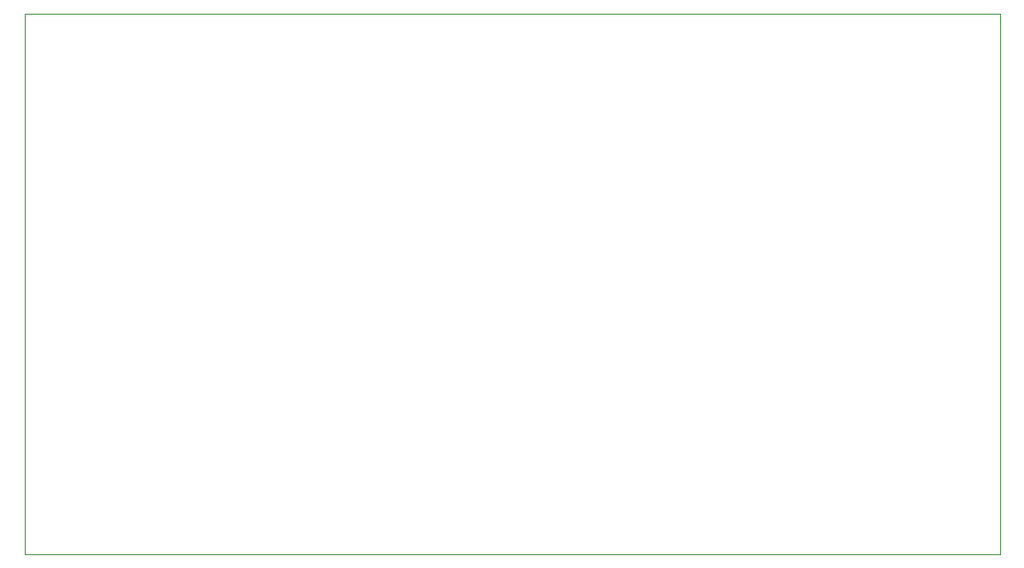
<source format=gbr>
%TF.GenerationSoftware,KiCad,Pcbnew,9.0.3*%
%TF.CreationDate,2025-09-28T17:56:07+02:00*%
%TF.ProjectId,MMS2,4d4d5332-2e6b-4696-9361-645f70636258,rev?*%
%TF.SameCoordinates,Original*%
%TF.FileFunction,Profile,NP*%
%FSLAX46Y46*%
G04 Gerber Fmt 4.6, Leading zero omitted, Abs format (unit mm)*
G04 Created by KiCad (PCBNEW 9.0.3) date 2025-09-28 17:56:07*
%MOMM*%
%LPD*%
G01*
G04 APERTURE LIST*
%TA.AperFunction,Profile*%
%ADD10C,0.010000*%
%TD*%
G04 APERTURE END LIST*
D10*
X80000000Y-88000000D02*
X170000000Y-88000000D01*
X170000000Y-138000000D01*
X80000000Y-138000000D01*
X80000000Y-88000000D01*
M02*

</source>
